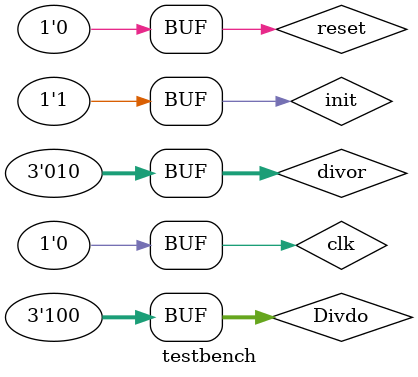
<source format=v>
`timescale 1ns / 1ps


module testbench;

	// Inputs
	reg [2:0] Divdo;
	reg [2:0] divor;
	reg init;
	reg clk;
	reg reset;

	// Outputs
	wire [2:0] ResultD;
	wire done;

	// Instantiate the Unit Under Test (UUT)
	div3bcc uut (
		.Divdo(Divdo), 
		.divor(divor), 
		.init(init), 
		.clk(clk), 
		.reset(reset), 
		.ResultD(ResultD), 
		.done(done)
	);

	initial begin
		// Initialize Inputs
		Divdo = 0;
		divor = 0;
		init = 0;
		clk = 0;
		reset = 0;

		// Wait 100 ns for global reset to finish
		#100;
        
		// Add stimulus here
		Divdo = 3'b100;
		divor = 3'b010;
		init = 2'b01;
		
	end
      
endmodule


</source>
